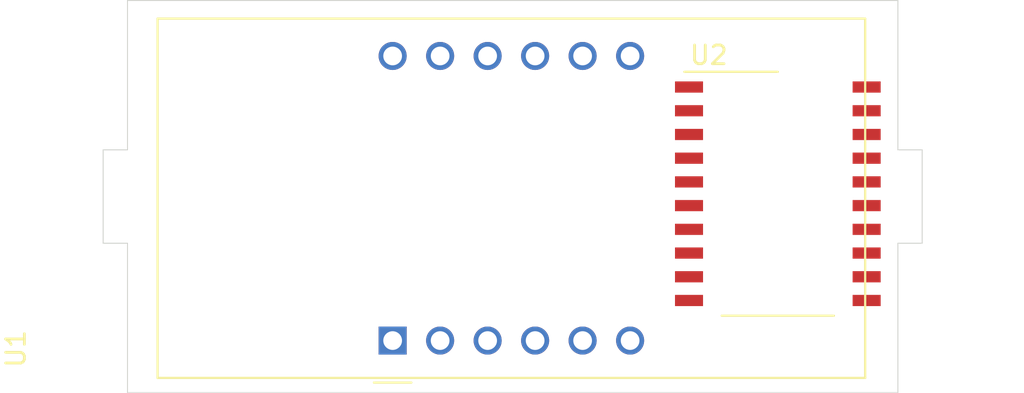
<source format=kicad_pcb>
(kicad_pcb (version 20171130) (host pcbnew 5.1.5+dfsg1-2build2)

  (general
    (thickness 1.6)
    (drawings 12)
    (tracks 0)
    (zones 0)
    (modules 2)
    (nets 22)
  )

  (page A4)
  (layers
    (0 F.Cu signal)
    (31 B.Cu signal)
    (32 B.Adhes user)
    (33 F.Adhes user)
    (34 B.Paste user)
    (35 F.Paste user)
    (36 B.SilkS user)
    (37 F.SilkS user)
    (38 B.Mask user)
    (39 F.Mask user)
    (40 Dwgs.User user)
    (41 Cmts.User user)
    (42 Eco1.User user)
    (43 Eco2.User user)
    (44 Edge.Cuts user)
    (45 Margin user)
    (46 B.CrtYd user)
    (47 F.CrtYd user)
    (48 B.Fab user)
    (49 F.Fab user)
  )

  (setup
    (last_trace_width 0.25)
    (trace_clearance 0.2)
    (zone_clearance 0.508)
    (zone_45_only no)
    (trace_min 0.2)
    (via_size 0.8)
    (via_drill 0.4)
    (via_min_size 0.4)
    (via_min_drill 0.3)
    (uvia_size 0.3)
    (uvia_drill 0.1)
    (uvias_allowed no)
    (uvia_min_size 0.2)
    (uvia_min_drill 0.1)
    (edge_width 0.05)
    (segment_width 0.2)
    (pcb_text_width 0.3)
    (pcb_text_size 1.5 1.5)
    (mod_edge_width 0.12)
    (mod_text_size 1 1)
    (mod_text_width 0.15)
    (pad_size 1.524 1.524)
    (pad_drill 0.762)
    (pad_to_mask_clearance 0.051)
    (solder_mask_min_width 0.25)
    (aux_axis_origin 0 0)
    (visible_elements FFFFFF7F)
    (pcbplotparams
      (layerselection 0x010fc_ffffffff)
      (usegerberextensions false)
      (usegerberattributes false)
      (usegerberadvancedattributes false)
      (creategerberjobfile false)
      (excludeedgelayer true)
      (linewidth 0.100000)
      (plotframeref false)
      (viasonmask false)
      (mode 1)
      (useauxorigin false)
      (hpglpennumber 1)
      (hpglpenspeed 20)
      (hpglpendiameter 15.000000)
      (psnegative false)
      (psa4output false)
      (plotreference true)
      (plotvalue true)
      (plotinvisibletext false)
      (padsonsilk false)
      (subtractmaskfromsilk false)
      (outputformat 1)
      (mirror false)
      (drillshape 1)
      (scaleselection 1)
      (outputdirectory ""))
  )

  (net 0 "")
  (net 1 "Net-(U1-Pad12)")
  (net 2 "Net-(U1-Pad11)")
  (net 3 "Net-(U1-Pad10)")
  (net 4 "Net-(U1-Pad9)")
  (net 5 "Net-(U1-Pad8)")
  (net 6 "Net-(U1-Pad7)")
  (net 7 "Net-(U1-Pad6)")
  (net 8 "Net-(U1-Pad5)")
  (net 9 "Net-(U1-Pad4)")
  (net 10 "Net-(U1-Pad3)")
  (net 11 "Net-(U1-Pad2)")
  (net 12 "Net-(U1-Pad1)")
  (net 13 "Net-(U2-Pad18)")
  (net 14 "Net-(U2-Pad17)")
  (net 15 "Net-(U2-Pad16)")
  (net 16 "Net-(U2-Pad12)")
  (net 17 "Net-(U2-Pad11)")
  (net 18 "Net-(U2-Pad10)")
  (net 19 "Net-(U2-Pad1)")
  (net 20 "Net-(U2-Pad20)")
  (net 21 "Net-(U2-Pad19)")

  (net_class Default "This is the default net class."
    (clearance 0.2)
    (trace_width 0.25)
    (via_dia 0.8)
    (via_drill 0.4)
    (uvia_dia 0.3)
    (uvia_drill 0.1)
    (add_net "Net-(U1-Pad1)")
    (add_net "Net-(U1-Pad10)")
    (add_net "Net-(U1-Pad11)")
    (add_net "Net-(U1-Pad12)")
    (add_net "Net-(U1-Pad2)")
    (add_net "Net-(U1-Pad3)")
    (add_net "Net-(U1-Pad4)")
    (add_net "Net-(U1-Pad5)")
    (add_net "Net-(U1-Pad6)")
    (add_net "Net-(U1-Pad7)")
    (add_net "Net-(U1-Pad8)")
    (add_net "Net-(U1-Pad9)")
    (add_net "Net-(U2-Pad1)")
    (add_net "Net-(U2-Pad10)")
    (add_net "Net-(U2-Pad11)")
    (add_net "Net-(U2-Pad12)")
    (add_net "Net-(U2-Pad16)")
    (add_net "Net-(U2-Pad17)")
    (add_net "Net-(U2-Pad18)")
    (add_net "Net-(U2-Pad19)")
    (add_net "Net-(U2-Pad20)")
  )

  (module Package_SO:SO-20_12.8x7.5mm_P1.27mm (layer F.Cu) (tedit 5A02F2D3) (tstamp 618DEBDD)
    (at 136.0805 110.3503)
    (descr "SO-20, 12.8x7.5mm, https://www.nxp.com/docs/en/data-sheet/SA605.pdf")
    (tags "S0-20 ")
    (path /618E730A)
    (attr smd)
    (fp_text reference U2 (at -3.69 -7.42) (layer F.SilkS)
      (effects (font (size 1 1) (thickness 0.15)))
    )
    (fp_text value TM1637 (at 0 7.99) (layer F.Fab)
      (effects (font (size 1 1) (thickness 0.15)))
    )
    (fp_text user %R (at 0 0) (layer F.Fab)
      (effects (font (size 1 1) (thickness 0.15)))
    )
    (fp_line (start -5.7 6.7) (end -5.7 -6.7) (layer F.CrtYd) (width 0.05))
    (fp_line (start 5.7 6.7) (end -5.7 6.7) (layer F.CrtYd) (width 0.05))
    (fp_line (start 5.7 -6.7) (end 5.7 6.7) (layer F.CrtYd) (width 0.05))
    (fp_line (start -5.7 -6.7) (end 5.7 -6.7) (layer F.CrtYd) (width 0.05))
    (fp_line (start -5 -6.53) (end 0 -6.53) (layer F.SilkS) (width 0.12))
    (fp_line (start -3 6.53) (end 3 6.53) (layer F.SilkS) (width 0.12))
    (fp_line (start -2.2 -5.4) (end -1.2 -6.4) (layer F.Fab) (width 0.1))
    (fp_line (start -2.2 6.4) (end -2.2 -5.4) (layer F.Fab) (width 0.1))
    (fp_line (start 2.2 6.4) (end -2.2 6.4) (layer F.Fab) (width 0.1))
    (fp_line (start 2.2 -6.4) (end 2.2 6.4) (layer F.Fab) (width 0.1))
    (fp_line (start -1.2 -6.4) (end 2.2 -6.4) (layer F.Fab) (width 0.1))
    (pad 20 smd rect (at 4.75 -5.715) (size 1.5 0.6) (layers F.Cu F.Paste F.Mask)
      (net 20 "Net-(U2-Pad20)"))
    (pad 19 smd rect (at 4.75 -4.445) (size 1.5 0.6) (layers F.Cu F.Paste F.Mask)
      (net 21 "Net-(U2-Pad19)"))
    (pad 18 smd rect (at 4.75 -3.175) (size 1.5 0.6) (layers F.Cu F.Paste F.Mask)
      (net 13 "Net-(U2-Pad18)"))
    (pad 17 smd rect (at 4.75 -1.905) (size 1.5 0.6) (layers F.Cu F.Paste F.Mask)
      (net 14 "Net-(U2-Pad17)"))
    (pad 16 smd rect (at 4.75 -0.635) (size 1.5 0.6) (layers F.Cu F.Paste F.Mask)
      (net 15 "Net-(U2-Pad16)"))
    (pad 15 smd rect (at 4.75 0.635) (size 1.5 0.6) (layers F.Cu F.Paste F.Mask)
      (net 1 "Net-(U1-Pad12)"))
    (pad 14 smd rect (at 4.75 1.905) (size 1.5 0.6) (layers F.Cu F.Paste F.Mask)
      (net 4 "Net-(U1-Pad9)"))
    (pad 13 smd rect (at 4.75 3.175) (size 1.5 0.6) (layers F.Cu F.Paste F.Mask)
      (net 5 "Net-(U1-Pad8)"))
    (pad 12 smd rect (at 4.75 4.445) (size 1.5 0.6) (layers F.Cu F.Paste F.Mask)
      (net 16 "Net-(U2-Pad12)"))
    (pad 11 smd rect (at 4.75 5.715) (size 1.5 0.6) (layers F.Cu F.Paste F.Mask)
      (net 17 "Net-(U2-Pad11)"))
    (pad 10 smd rect (at -4.75 5.715) (size 1.5 0.6) (layers F.Cu F.Paste F.Mask)
      (net 18 "Net-(U2-Pad10)"))
    (pad 9 smd rect (at -4.75 4.445) (size 1.5 0.6) (layers F.Cu F.Paste F.Mask)
      (net 10 "Net-(U1-Pad3)"))
    (pad 8 smd rect (at -4.75 3.175) (size 1.5 0.6) (layers F.Cu F.Paste F.Mask)
      (net 8 "Net-(U1-Pad5)"))
    (pad 7 smd rect (at -4.75 1.905) (size 1.5 0.6) (layers F.Cu F.Paste F.Mask)
      (net 3 "Net-(U1-Pad10)"))
    (pad 1 smd rect (at -4.75 -5.715) (size 1.5 0.6) (layers F.Cu F.Paste F.Mask)
      (net 19 "Net-(U2-Pad1)"))
    (pad 2 smd rect (at -4.75 -4.445) (size 1.5 0.6) (layers F.Cu F.Paste F.Mask)
      (net 2 "Net-(U1-Pad11)"))
    (pad 3 smd rect (at -4.75 -3.175) (size 1.5 0.6) (layers F.Cu F.Paste F.Mask)
      (net 6 "Net-(U1-Pad7)"))
    (pad 4 smd rect (at -4.75 -1.905) (size 1.5 0.6) (layers F.Cu F.Paste F.Mask)
      (net 9 "Net-(U1-Pad4)"))
    (pad 5 smd rect (at -4.75 -0.635) (size 1.5 0.6) (layers F.Cu F.Paste F.Mask)
      (net 11 "Net-(U1-Pad2)"))
    (pad 6 smd rect (at -4.75 0.635) (size 1.5 0.6) (layers F.Cu F.Paste F.Mask)
      (net 12 "Net-(U1-Pad1)"))
    (model ${KISYS3DMOD}/Package_SO.3dshapes/SO-20_12.8x7.5mm_P1.27mm.wrl
      (at (xyz 0 0 0))
      (scale (xyz 1 1 1))
      (rotate (xyz 0 0 0))
    )
  )

  (module KINGBRIGHTUSA:BA56-12SRWA (layer F.Cu) (tedit 618DC5D7) (tstamp 618E1A08)
    (at 115.4811 118.2116 90)
    (descr "3 digit 7 segment red LED, https://www.kingbrightusa.com/images/catalog/SPEC/BA56-12SRWA.pdf")
    (tags "3 digit 7 segment red LED")
    (path /618EFA42)
    (fp_text reference U1 (at -0.44 -20.15 90) (layer F.SilkS)
      (effects (font (size 1 1) (thickness 0.15)))
    )
    (fp_text value BA56-12SRWA (at 3.5 32.92 90) (layer F.Fab)
      (effects (font (size 1 1) (thickness 0.15)))
    )
    (fp_text user %R (at 8.128 6.604 90) (layer F.Fab)
      (effects (font (size 1 1) (thickness 0.15)))
    )
    (fp_line (start -1.88 1) (end -1.88 25.15) (layer F.Fab) (width 0.1))
    (fp_line (start -1.88 25.15) (end 17.12 25.15) (layer F.Fab) (width 0.1))
    (fp_line (start 17.12 -12.45) (end 17.12 25.15) (layer F.Fab) (width 0.1))
    (fp_line (start -1.88 -12.45) (end 17.12 -12.45) (layer F.Fab) (width 0.1))
    (fp_line (start -2.25 -1) (end -2.25 1) (layer F.SilkS) (width 0.12))
    (fp_line (start -2.13 25.4) (end -2.13 -12.7) (layer F.CrtYd) (width 0.05))
    (fp_line (start 17.37 25.4) (end -2.13 25.4) (layer F.CrtYd) (width 0.05))
    (fp_line (start 17.37 -12.7) (end 17.37 25.4) (layer F.CrtYd) (width 0.05))
    (fp_line (start -2.13 -12.7) (end 17.37 -12.7) (layer F.CrtYd) (width 0.05))
    (fp_line (start -1.88 -1) (end -1.88 -12.45) (layer F.Fab) (width 0.1))
    (fp_line (start -0.88 0) (end -1.88 -1) (layer F.Fab) (width 0.1))
    (fp_line (start -1.88 1) (end -0.88 0) (layer F.Fab) (width 0.1))
    (fp_line (start 17.24 25.27) (end 17.24 -12.57) (layer F.SilkS) (width 0.12))
    (fp_line (start -2 25.27) (end 17.24 25.27) (layer F.SilkS) (width 0.12))
    (fp_line (start -2 -12.57) (end -2 25.27) (layer F.SilkS) (width 0.12))
    (fp_line (start -2 -12.57) (end 17.24 -12.57) (layer F.SilkS) (width 0.12))
    (pad 12 thru_hole circle (at 15.24 0 90) (size 1.5 1.5) (drill 1) (layers *.Cu *.Mask)
      (net 1 "Net-(U1-Pad12)"))
    (pad 11 thru_hole circle (at 15.24 2.54 90) (size 1.5 1.5) (drill 1) (layers *.Cu *.Mask)
      (net 2 "Net-(U1-Pad11)"))
    (pad 10 thru_hole circle (at 15.24 5.08 90) (size 1.5 1.5) (drill 1) (layers *.Cu *.Mask)
      (net 3 "Net-(U1-Pad10)"))
    (pad 9 thru_hole circle (at 15.24 7.62 90) (size 1.5 1.5) (drill 1) (layers *.Cu *.Mask)
      (net 4 "Net-(U1-Pad9)"))
    (pad 8 thru_hole circle (at 15.24 10.16 90) (size 1.5 1.5) (drill 1) (layers *.Cu *.Mask)
      (net 5 "Net-(U1-Pad8)"))
    (pad 7 thru_hole circle (at 15.24 12.7 90) (size 1.5 1.5) (drill 1) (layers *.Cu *.Mask)
      (net 6 "Net-(U1-Pad7)"))
    (pad 6 thru_hole circle (at 0 12.7 90) (size 1.5 1.5) (drill 1) (layers *.Cu *.Mask)
      (net 7 "Net-(U1-Pad6)"))
    (pad 5 thru_hole circle (at 0 10.16 90) (size 1.5 1.5) (drill 1) (layers *.Cu *.Mask)
      (net 8 "Net-(U1-Pad5)"))
    (pad 4 thru_hole circle (at 0 7.62 90) (size 1.5 1.5) (drill 1) (layers *.Cu *.Mask)
      (net 9 "Net-(U1-Pad4)"))
    (pad 3 thru_hole circle (at 0 5.08 90) (size 1.5 1.5) (drill 1) (layers *.Cu *.Mask)
      (net 10 "Net-(U1-Pad3)"))
    (pad 2 thru_hole circle (at 0 2.54 90) (size 1.5 1.5) (drill 1) (layers *.Cu *.Mask)
      (net 11 "Net-(U1-Pad2)"))
    (pad 1 thru_hole rect (at 0 0 90) (size 1.5 1.5) (drill 1) (layers *.Cu *.Mask)
      (net 12 "Net-(U1-Pad1)"))
    (model ${KISYS3DMOD}/Display_7Segment.3dshapes/BA56-12SRWA.wrl
      (at (xyz 0 0 0))
      (scale (xyz 1 1 1))
      (rotate (xyz 0 0 0))
    )
  )

  (gr_line (start 142.5 113) (end 142.5 121) (layer Edge.Cuts) (width 0.05))
  (gr_line (start 142.5 113) (end 143.8 113) (layer Edge.Cuts) (width 0.05))
  (gr_line (start 101.3 121) (end 101.3 113) (layer Edge.Cuts) (width 0.05))
  (gr_line (start 100 113) (end 101.3 113) (layer Edge.Cuts) (width 0.05))
  (gr_line (start 142.5 108) (end 143.8 108) (layer Edge.Cuts) (width 0.05))
  (gr_line (start 100 108) (end 101.3 108) (layer Edge.Cuts) (width 0.05))
  (gr_line (start 142.5 108) (end 142.5 100) (layer Edge.Cuts) (width 0.05))
  (gr_line (start 101.3 108) (end 101.3 100) (layer Edge.Cuts) (width 0.05))
  (gr_line (start 143.8 108) (end 143.8 113) (layer Edge.Cuts) (width 0.05))
  (gr_line (start 100 108) (end 100 113) (layer Edge.Cuts) (width 0.05))
  (gr_line (start 101.3 121) (end 142.5 121) (layer Edge.Cuts) (width 0.05))
  (gr_line (start 101.3 100) (end 142.5 100) (layer Edge.Cuts) (width 0.05))

)

</source>
